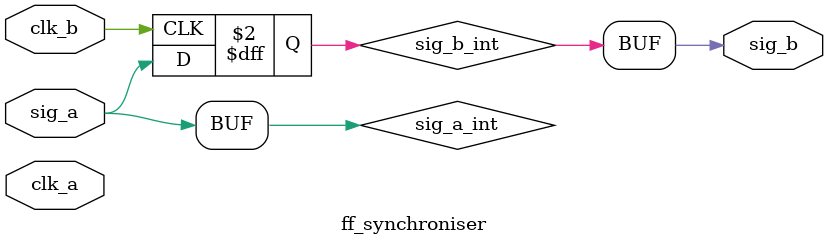
<source format=v>
module ff_synchroniser #
(
    parameter pre_reg   = 0,
    parameter re_edge   = 1,
    parameter sync_size = 2
)
(
    input  wire        clk_a,
    input              sig_a,
    input  wire        clk_b,
    output             sig_b
);

  reg [sync_size-2:0] sig_b_int;
  wire [sync_size-2:0] sig_a_int;

    
    generate if (pre_reg) begin : A1
        always @(posedge clk_a) begin
            if (re_edge) begin
                sig_a_int <= sig_a;
            end else begin
                sig_a_int <=  sig_a;
            end
        end
    end else begin : A2
      assign sig_a_int[sync_size-2] = sig_a;
    end endgenerate

    always @(posedge clk_b) begin   
        if (re_edge) begin
          sig_b_int <= {sig_b_int[sync_size-2:0], sig_a_int};
        end else begin
          sig_b_int <= {sig_b_int[sync_size-2:0], sig_a_int};
        end
    end
 
  assign sig_b = sig_b_int[sync_size-2];

endmodule

</source>
